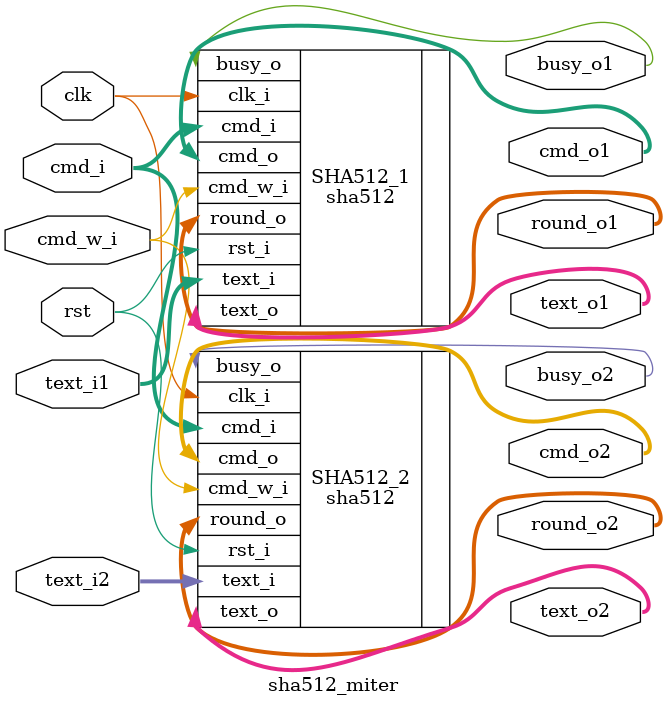
<source format=sv>
module sha512_miter
  (
  input           clk,
  input           rst,
  input   [31:0]  text_i1, text_i2,
  output  [31:0]  text_o1, text_o2,
  input   [3:0]   cmd_i,
  input           cmd_w_i,
  output  [4:0]   cmd_o1, cmd_o2,
  output          busy_o1, busy_o2,
  output  [6:0]   round_o1, round_o2
  );

  reg init = 1;
  always @(posedge clk) begin
    if (init) assume (rst);
    if (!rst) assert (cmd_o1 == cmd_o2);
    if (!rst) assert (busy_o1 == busy_o2);
    if (!rst) assert (round_o1 == round_o2);
    init <= 0;
  end

  sha512 SHA512_1
  (
    .clk_i(clk),
    .rst_i(rst),
    .text_i(text_i1),
    .text_o(text_o1),
    .cmd_i(cmd_i),
    .cmd_w_i(cmd_w_i),
    .cmd_o(cmd_o1),
    .busy_o(busy_o1),
    .round_o(round_o1)
  );

  sha512 SHA512_2
  (
    .clk_i(clk),
    .rst_i(rst),
    .text_i(text_i2),
    .text_o(text_o2),
    .cmd_i(cmd_i),
    .cmd_w_i(cmd_w_i),
    .cmd_o(cmd_o2),
    .busy_o(busy_o2),
    .round_o(round_o2)
  );

endmodule

</source>
